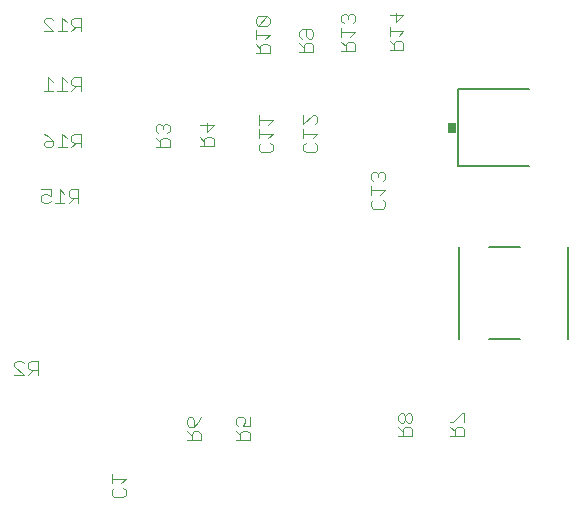
<source format=gbo>
G75*
%MOIN*%
%OFA0B0*%
%FSLAX24Y24*%
%IPPOS*%
%LPD*%
%AMOC8*
5,1,8,0,0,1.08239X$1,22.5*
%
%ADD10C,0.0080*%
%ADD11R,0.0300X0.0340*%
%ADD12C,0.0040*%
%ADD13C,0.0050*%
D10*
X019212Y016482D02*
X019212Y019062D01*
X021572Y019062D01*
X021572Y016482D02*
X019212Y016482D01*
D11*
X019022Y017772D03*
D12*
X007675Y005686D02*
X007675Y005533D01*
X007752Y005456D01*
X008059Y005456D01*
X008136Y005533D01*
X008136Y005686D01*
X008059Y005763D01*
X007982Y005916D02*
X008136Y006070D01*
X007675Y006070D01*
X007675Y006223D02*
X007675Y005916D01*
X007752Y005763D02*
X007675Y005686D01*
X010179Y007350D02*
X010640Y007350D01*
X010640Y007580D01*
X010563Y007657D01*
X010409Y007657D01*
X010333Y007580D01*
X010333Y007350D01*
X010333Y007504D02*
X010179Y007657D01*
X010256Y007810D02*
X010179Y007887D01*
X010179Y008041D01*
X010256Y008117D01*
X010333Y008117D01*
X010409Y008041D01*
X010409Y007810D01*
X010256Y007810D01*
X010409Y007810D02*
X010563Y007964D01*
X010640Y008117D01*
X011809Y008056D02*
X011809Y007903D01*
X011886Y007826D01*
X012039Y007826D02*
X012116Y007979D01*
X012116Y008056D01*
X012039Y008133D01*
X011886Y008133D01*
X011809Y008056D01*
X012039Y007826D02*
X012270Y007826D01*
X012270Y008133D01*
X012193Y007672D02*
X012039Y007672D01*
X011963Y007596D01*
X011963Y007365D01*
X011809Y007365D02*
X012270Y007365D01*
X012270Y007596D01*
X012193Y007672D01*
X011963Y007519D02*
X011809Y007672D01*
X017229Y007793D02*
X017382Y007640D01*
X017382Y007717D02*
X017382Y007486D01*
X017229Y007486D02*
X017689Y007486D01*
X017689Y007717D01*
X017613Y007793D01*
X017459Y007793D01*
X017382Y007717D01*
X017382Y007947D02*
X017459Y008023D01*
X017459Y008177D01*
X017382Y008254D01*
X017306Y008254D01*
X017229Y008177D01*
X017229Y008023D01*
X017306Y007947D01*
X017382Y007947D01*
X017459Y008023D02*
X017536Y007947D01*
X017613Y007947D01*
X017689Y008023D01*
X017689Y008177D01*
X017613Y008254D01*
X017536Y008254D01*
X017459Y008177D01*
X018958Y007960D02*
X019035Y007960D01*
X019341Y008267D01*
X019418Y008267D01*
X019418Y007960D01*
X019341Y007807D02*
X019188Y007807D01*
X019111Y007730D01*
X019111Y007500D01*
X018958Y007500D02*
X019418Y007500D01*
X019418Y007730D01*
X019341Y007807D01*
X019111Y007653D02*
X018958Y007807D01*
X016705Y015072D02*
X016398Y015072D01*
X016322Y015148D01*
X016322Y015302D01*
X016398Y015379D01*
X016322Y015532D02*
X016322Y015839D01*
X016322Y015685D02*
X016782Y015685D01*
X016629Y015532D01*
X016705Y015379D02*
X016782Y015302D01*
X016782Y015148D01*
X016705Y015072D01*
X016705Y015992D02*
X016782Y016069D01*
X016782Y016223D01*
X016705Y016299D01*
X016629Y016299D01*
X016552Y016223D01*
X016475Y016299D01*
X016398Y016299D01*
X016322Y016223D01*
X016322Y016069D01*
X016398Y015992D01*
X016552Y016146D02*
X016552Y016223D01*
X014521Y017041D02*
X014444Y016964D01*
X014137Y016964D01*
X014060Y017041D01*
X014060Y017194D01*
X014137Y017271D01*
X014060Y017425D02*
X014060Y017732D01*
X014060Y017885D02*
X014367Y018192D01*
X014444Y018192D01*
X014521Y018115D01*
X014521Y017962D01*
X014444Y017885D01*
X014521Y017578D02*
X014060Y017578D01*
X014060Y017885D02*
X014060Y018192D01*
X014521Y017578D02*
X014367Y017425D01*
X014444Y017271D02*
X014521Y017194D01*
X014521Y017041D01*
X013039Y017031D02*
X012962Y016955D01*
X012656Y016955D01*
X012579Y017031D01*
X012579Y017185D01*
X012656Y017261D01*
X012579Y017415D02*
X012579Y017722D01*
X012579Y017875D02*
X012579Y018182D01*
X012579Y018029D02*
X013039Y018029D01*
X012886Y017875D01*
X013039Y017568D02*
X012579Y017568D01*
X012886Y017415D02*
X013039Y017568D01*
X012962Y017261D02*
X013039Y017185D01*
X013039Y017031D01*
X011072Y017159D02*
X011072Y017389D01*
X010995Y017466D01*
X010842Y017466D01*
X010765Y017389D01*
X010765Y017159D01*
X010765Y017312D02*
X010612Y017466D01*
X010842Y017619D02*
X010842Y017926D01*
X010612Y017849D02*
X011072Y017849D01*
X010842Y017619D01*
X010612Y017159D02*
X011072Y017159D01*
X009604Y017132D02*
X009604Y017362D01*
X009528Y017439D01*
X009374Y017439D01*
X009297Y017362D01*
X009297Y017132D01*
X009144Y017132D02*
X009604Y017132D01*
X009297Y017285D02*
X009144Y017439D01*
X009221Y017592D02*
X009144Y017669D01*
X009144Y017822D01*
X009221Y017899D01*
X009297Y017899D01*
X009374Y017822D01*
X009374Y017746D01*
X009374Y017822D02*
X009451Y017899D01*
X009528Y017899D01*
X009604Y017822D01*
X009604Y017669D01*
X009528Y017592D01*
X006635Y017576D02*
X006635Y017116D01*
X006635Y017269D02*
X006404Y017269D01*
X006328Y017346D01*
X006328Y017499D01*
X006404Y017576D01*
X006635Y017576D01*
X006481Y017269D02*
X006328Y017116D01*
X006174Y017116D02*
X005867Y017116D01*
X006021Y017116D02*
X006021Y017576D01*
X006174Y017423D01*
X005714Y017346D02*
X005484Y017346D01*
X005407Y017269D01*
X005407Y017192D01*
X005484Y017116D01*
X005637Y017116D01*
X005714Y017192D01*
X005714Y017346D01*
X005560Y017499D01*
X005407Y017576D01*
X005405Y018997D02*
X005712Y018997D01*
X005559Y018997D02*
X005559Y019458D01*
X005712Y019304D01*
X005866Y018997D02*
X006173Y018997D01*
X006326Y018997D02*
X006480Y019151D01*
X006403Y019151D02*
X006633Y019151D01*
X006633Y018997D02*
X006633Y019458D01*
X006403Y019458D01*
X006326Y019381D01*
X006326Y019228D01*
X006403Y019151D01*
X006173Y019304D02*
X006019Y019458D01*
X006019Y018997D01*
X006025Y020986D02*
X006025Y021446D01*
X006179Y021292D01*
X006332Y021216D02*
X006409Y021139D01*
X006639Y021139D01*
X006486Y021139D02*
X006332Y020986D01*
X006179Y020986D02*
X005872Y020986D01*
X005718Y020986D02*
X005411Y021292D01*
X005411Y021369D01*
X005488Y021446D01*
X005642Y021446D01*
X005718Y021369D01*
X005718Y020986D02*
X005411Y020986D01*
X006332Y021216D02*
X006332Y021369D01*
X006409Y021446D01*
X006639Y021446D01*
X006639Y020986D01*
X006559Y015729D02*
X006329Y015729D01*
X006252Y015652D01*
X006252Y015499D01*
X006329Y015422D01*
X006559Y015422D01*
X006559Y015269D02*
X006559Y015729D01*
X006406Y015422D02*
X006252Y015269D01*
X006099Y015269D02*
X005792Y015269D01*
X005945Y015269D02*
X005945Y015729D01*
X006099Y015576D01*
X005638Y015499D02*
X005485Y015576D01*
X005408Y015576D01*
X005332Y015499D01*
X005332Y015346D01*
X005408Y015269D01*
X005562Y015269D01*
X005638Y015346D01*
X005638Y015499D02*
X005638Y015729D01*
X005332Y015729D01*
X005200Y009997D02*
X004969Y009997D01*
X004893Y009920D01*
X004893Y009766D01*
X004969Y009690D01*
X005200Y009690D01*
X005200Y009536D02*
X005200Y009997D01*
X005046Y009690D02*
X004893Y009536D01*
X004739Y009536D02*
X004432Y009843D01*
X004432Y009920D01*
X004509Y009997D01*
X004662Y009997D01*
X004739Y009920D01*
X004739Y009536D02*
X004432Y009536D01*
X012473Y020260D02*
X012933Y020260D01*
X012933Y020490D01*
X012856Y020567D01*
X012703Y020567D01*
X012626Y020490D01*
X012626Y020260D01*
X012626Y020414D02*
X012473Y020567D01*
X012473Y020721D02*
X012473Y021027D01*
X012473Y020874D02*
X012933Y020874D01*
X012780Y020721D01*
X012856Y021181D02*
X012549Y021181D01*
X012856Y021488D01*
X012549Y021488D01*
X012473Y021411D01*
X012473Y021258D01*
X012549Y021181D01*
X012856Y021181D02*
X012933Y021258D01*
X012933Y021411D01*
X012856Y021488D01*
X013928Y020977D02*
X013928Y020824D01*
X014005Y020747D01*
X014158Y020824D02*
X014158Y021054D01*
X014005Y021054D02*
X014312Y021054D01*
X014388Y020977D01*
X014388Y020824D01*
X014312Y020747D01*
X014235Y020747D01*
X014158Y020824D01*
X014158Y020593D02*
X014081Y020517D01*
X014081Y020287D01*
X014081Y020440D02*
X013928Y020593D01*
X014158Y020593D02*
X014312Y020593D01*
X014388Y020517D01*
X014388Y020287D01*
X013928Y020287D01*
X013928Y020977D02*
X014005Y021054D01*
X015324Y021103D02*
X015324Y020796D01*
X015324Y020949D02*
X015784Y020949D01*
X015631Y020796D01*
X015708Y020642D02*
X015554Y020642D01*
X015477Y020566D01*
X015477Y020335D01*
X015324Y020335D02*
X015784Y020335D01*
X015784Y020566D01*
X015708Y020642D01*
X015477Y020489D02*
X015324Y020642D01*
X015401Y021256D02*
X015324Y021333D01*
X015324Y021486D01*
X015401Y021563D01*
X015477Y021563D01*
X015554Y021486D01*
X015554Y021410D01*
X015554Y021486D02*
X015631Y021563D01*
X015708Y021563D01*
X015784Y021486D01*
X015784Y021333D01*
X015708Y021256D01*
X016936Y021137D02*
X016936Y020830D01*
X016936Y020677D02*
X017089Y020523D01*
X017089Y020600D02*
X017089Y020370D01*
X016936Y020370D02*
X017396Y020370D01*
X017396Y020600D01*
X017319Y020677D01*
X017166Y020677D01*
X017089Y020600D01*
X017243Y020830D02*
X017396Y020984D01*
X016936Y020984D01*
X017166Y021291D02*
X017166Y021598D01*
X017396Y021521D02*
X017166Y021291D01*
X016936Y021521D02*
X017396Y021521D01*
D13*
X019251Y013808D02*
X019251Y010737D01*
X019251Y011012D02*
X019251Y011446D01*
X020235Y010737D02*
X021298Y010737D01*
X022873Y010737D02*
X022873Y013808D01*
X021298Y013808D02*
X020235Y013808D01*
X019251Y013532D02*
X019251Y013099D01*
M02*

</source>
